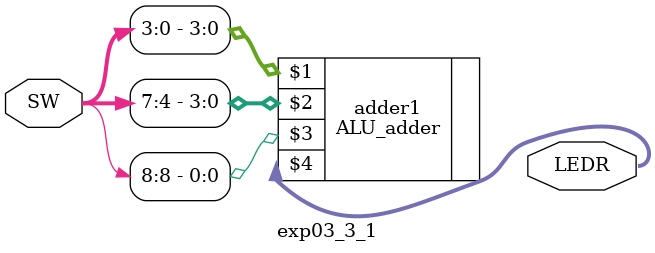
<source format=v>


module exp03_3_1(

	//////////// SW //////////
	input 		     [8:0]		SW,

	//////////// LED //////////
	output		     [6:0]		LEDR
	
	// SW[3:0]   : A
	// SW[7:4]   : B
	// SW[8]     : Cin
	// LEDR[3:0] : result
	// LEDR[4]   : CF
	// LEDR[5]   : OF
	// LEDR[6]   : ZF
	
);



//=======================================================
//  REG/WIRE declarations
//=======================================================

ALU_adder adder1(SW[3:0], SW[7:4], SW[8], LEDR);

//=======================================================
//  Structural coding
//=======================================================



endmodule

</source>
